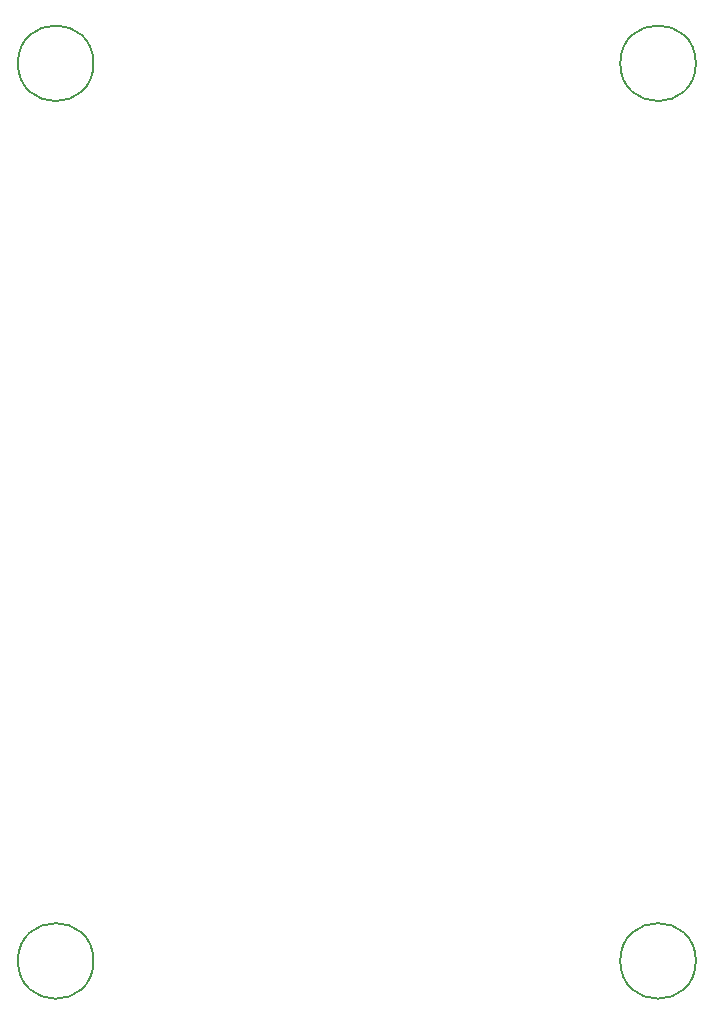
<source format=gbr>
%TF.GenerationSoftware,KiCad,Pcbnew,(6.0.7)*%
%TF.CreationDate,2022-09-14T00:00:57-04:00*%
%TF.ProjectId,Input_Adapter,496e7075-745f-4416-9461-707465722e6b,v3*%
%TF.SameCoordinates,Original*%
%TF.FileFunction,Other,Comment*%
%FSLAX46Y46*%
G04 Gerber Fmt 4.6, Leading zero omitted, Abs format (unit mm)*
G04 Created by KiCad (PCBNEW (6.0.7)) date 2022-09-14 00:00:57*
%MOMM*%
%LPD*%
G01*
G04 APERTURE LIST*
%ADD10C,0.150000*%
G04 APERTURE END LIST*
D10*
%TO.C,H1*%
X158200000Y-128500000D02*
G75*
G03*
X158200000Y-128500000I-3200000J0D01*
G01*
%TO.C,H2*%
X107200000Y-52500000D02*
G75*
G03*
X107200000Y-52500000I-3200000J0D01*
G01*
%TO.C,H3*%
X158200000Y-52500000D02*
G75*
G03*
X158200000Y-52500000I-3200000J0D01*
G01*
%TO.C,H4*%
X107200000Y-128500000D02*
G75*
G03*
X107200000Y-128500000I-3200000J0D01*
G01*
%TD*%
M02*

</source>
